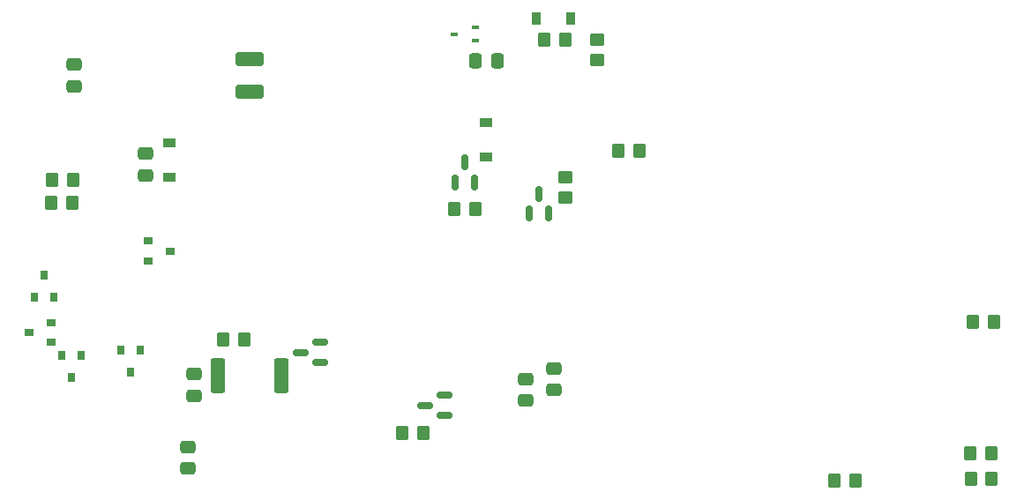
<source format=gbr>
%TF.GenerationSoftware,KiCad,Pcbnew,6.0.11-2627ca5db0~126~ubuntu22.04.1*%
%TF.CreationDate,2023-03-13T11:49:13-04:00*%
%TF.ProjectId,obd-feather,6f62642d-6665-4617-9468-65722e6b6963,1.0*%
%TF.SameCoordinates,Original*%
%TF.FileFunction,Paste,Bot*%
%TF.FilePolarity,Positive*%
%FSLAX46Y46*%
G04 Gerber Fmt 4.6, Leading zero omitted, Abs format (unit mm)*
G04 Created by KiCad (PCBNEW 6.0.11-2627ca5db0~126~ubuntu22.04.1) date 2023-03-13 11:49:13*
%MOMM*%
%LPD*%
G01*
G04 APERTURE LIST*
G04 Aperture macros list*
%AMRoundRect*
0 Rectangle with rounded corners*
0 $1 Rounding radius*
0 $2 $3 $4 $5 $6 $7 $8 $9 X,Y pos of 4 corners*
0 Add a 4 corners polygon primitive as box body*
4,1,4,$2,$3,$4,$5,$6,$7,$8,$9,$2,$3,0*
0 Add four circle primitives for the rounded corners*
1,1,$1+$1,$2,$3*
1,1,$1+$1,$4,$5*
1,1,$1+$1,$6,$7*
1,1,$1+$1,$8,$9*
0 Add four rect primitives between the rounded corners*
20,1,$1+$1,$2,$3,$4,$5,0*
20,1,$1+$1,$4,$5,$6,$7,0*
20,1,$1+$1,$6,$7,$8,$9,0*
20,1,$1+$1,$8,$9,$2,$3,0*%
G04 Aperture macros list end*
%ADD10RoundRect,0.250000X-0.350000X-0.450000X0.350000X-0.450000X0.350000X0.450000X-0.350000X0.450000X0*%
%ADD11R,1.200000X0.900000*%
%ADD12RoundRect,0.250000X-1.100000X0.412500X-1.100000X-0.412500X1.100000X-0.412500X1.100000X0.412500X0*%
%ADD13RoundRect,0.250000X-0.475000X0.337500X-0.475000X-0.337500X0.475000X-0.337500X0.475000X0.337500X0*%
%ADD14RoundRect,0.250000X0.475000X-0.337500X0.475000X0.337500X-0.475000X0.337500X-0.475000X-0.337500X0*%
%ADD15RoundRect,0.150000X0.587500X0.150000X-0.587500X0.150000X-0.587500X-0.150000X0.587500X-0.150000X0*%
%ADD16RoundRect,0.250000X0.350000X0.450000X-0.350000X0.450000X-0.350000X-0.450000X0.350000X-0.450000X0*%
%ADD17R,0.899160X0.797560*%
%ADD18RoundRect,0.150000X0.150000X-0.587500X0.150000X0.587500X-0.150000X0.587500X-0.150000X-0.587500X0*%
%ADD19R,0.797560X0.899160*%
%ADD20R,0.900000X1.200000*%
%ADD21RoundRect,0.250000X0.450000X-0.350000X0.450000X0.350000X-0.450000X0.350000X-0.450000X-0.350000X0*%
%ADD22RoundRect,0.250000X-0.337500X-0.475000X0.337500X-0.475000X0.337500X0.475000X-0.337500X0.475000X0*%
%ADD23R,0.700000X0.450000*%
%ADD24RoundRect,0.249999X-0.450001X-1.425001X0.450001X-1.425001X0.450001X1.425001X-0.450001X1.425001X0*%
%ADD25RoundRect,0.250000X-0.450000X0.350000X-0.450000X-0.350000X0.450000X-0.350000X0.450000X0.350000X0*%
G04 APERTURE END LIST*
D10*
%TO.C,R32*%
X115690000Y-90860000D03*
X113690000Y-90860000D03*
%TD*%
D11*
%TO.C,D15*%
X125060000Y-88420000D03*
X125060000Y-85120000D03*
%TD*%
D10*
%TO.C,R3*%
X202170000Y-102340000D03*
X204170000Y-102340000D03*
%TD*%
%TO.C,R1*%
X188870000Y-117570000D03*
X190870000Y-117570000D03*
%TD*%
D12*
%TO.C,C15*%
X132720000Y-77047500D03*
X132720000Y-80172500D03*
%TD*%
D13*
%TO.C,C10*%
X159260000Y-107812500D03*
X159260000Y-109887500D03*
%TD*%
D14*
%TO.C,C9*%
X161950000Y-108835000D03*
X161950000Y-106760000D03*
%TD*%
D10*
%TO.C,R31*%
X201970000Y-117370000D03*
X203970000Y-117370000D03*
%TD*%
D14*
%TO.C,C12*%
X122780000Y-88255000D03*
X122780000Y-86180000D03*
%TD*%
D15*
%TO.C,Q11*%
X151425000Y-109370000D03*
X151425000Y-111270000D03*
X149550000Y-110320000D03*
%TD*%
D16*
%TO.C,R33*%
X115800000Y-88680000D03*
X113800000Y-88680000D03*
%TD*%
D10*
%TO.C,R2*%
X130210000Y-103970000D03*
X132210000Y-103970000D03*
%TD*%
%TO.C,R30*%
X201920000Y-114910000D03*
X203920000Y-114910000D03*
%TD*%
D17*
%TO.C,D4*%
X113665000Y-102362000D03*
X113665000Y-104261920D03*
X111566960Y-103311960D03*
%TD*%
D18*
%TO.C,Q6*%
X161478000Y-91869500D03*
X159578000Y-91869500D03*
X160528000Y-89994500D03*
%TD*%
D19*
%TO.C,D3*%
X120335040Y-105046780D03*
X122234960Y-105046780D03*
X121285000Y-107144820D03*
%TD*%
D15*
%TO.C,Q1*%
X139500000Y-104290000D03*
X139500000Y-106190000D03*
X137625000Y-105240000D03*
%TD*%
D14*
%TO.C,C1*%
X126780000Y-116370000D03*
X126780000Y-114295000D03*
%TD*%
D19*
%TO.C,D2*%
X114686080Y-105537000D03*
X116586000Y-105537000D03*
X115636040Y-107635040D03*
%TD*%
D16*
%TO.C,R9*%
X163052000Y-75184000D03*
X161052000Y-75184000D03*
%TD*%
D20*
%TO.C,D7*%
X160276000Y-73152000D03*
X163576000Y-73152000D03*
%TD*%
D14*
%TO.C,C3*%
X127416000Y-109390000D03*
X127416000Y-107315000D03*
%TD*%
D21*
%TO.C,R8*%
X166116000Y-77200000D03*
X166116000Y-75200000D03*
%TD*%
D17*
%TO.C,D1*%
X123021960Y-96459960D03*
X123021960Y-94560040D03*
X125120000Y-95510000D03*
%TD*%
D22*
%TO.C,C5*%
X154410500Y-77216000D03*
X156485500Y-77216000D03*
%TD*%
D23*
%TO.C,D6*%
X154416000Y-74026000D03*
X154416000Y-75326000D03*
X152416000Y-74676000D03*
%TD*%
D10*
%TO.C,R22*%
X152416000Y-91440000D03*
X154416000Y-91440000D03*
%TD*%
D24*
%TO.C,R7*%
X129700000Y-107442000D03*
X135800000Y-107442000D03*
%TD*%
D25*
%TO.C,R24*%
X163068000Y-88408000D03*
X163068000Y-90408000D03*
%TD*%
D11*
%TO.C,D9*%
X155448000Y-83186000D03*
X155448000Y-86486000D03*
%TD*%
D10*
%TO.C,R28*%
X147420000Y-113010000D03*
X149420000Y-113010000D03*
%TD*%
D19*
%TO.C,D5*%
X113979960Y-99931220D03*
X112080040Y-99931220D03*
X113030000Y-97833180D03*
%TD*%
D13*
%TO.C,C18*%
X115850000Y-77600000D03*
X115850000Y-79675000D03*
%TD*%
D10*
%TO.C,R17*%
X168164000Y-85852000D03*
X170164000Y-85852000D03*
%TD*%
D18*
%TO.C,Q8*%
X154366000Y-88900000D03*
X152466000Y-88900000D03*
X153416000Y-87025000D03*
%TD*%
M02*

</source>
